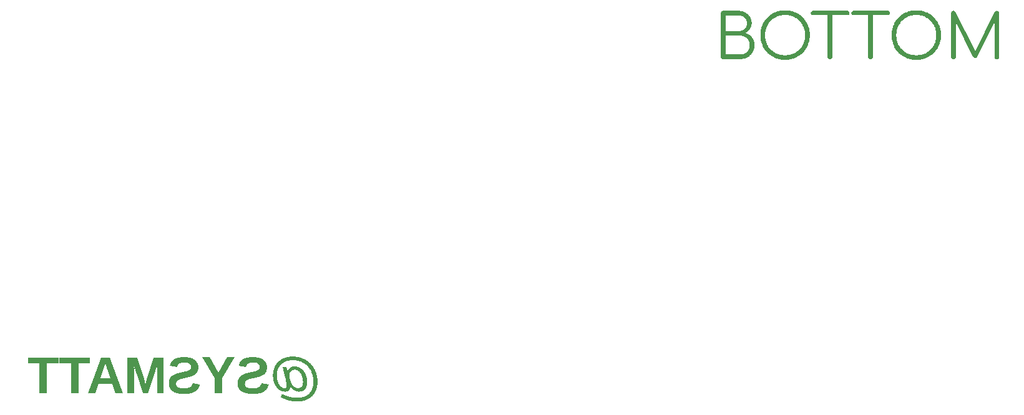
<source format=gbo>
G04 #@! TF.GenerationSoftware,KiCad,Pcbnew,7.0.9-1.fc39*
G04 #@! TF.CreationDate,2023-12-18T12:14:33-05:00*
G04 #@! TF.ProjectId,SYSMATT-WS2812-MATRIX-CARRIER-SPACER-PLATE,5359534d-4154-4542-9d57-53323831322d,rev?*
G04 #@! TF.SameCoordinates,Original*
G04 #@! TF.FileFunction,Legend,Bot*
G04 #@! TF.FilePolarity,Positive*
%FSLAX46Y46*%
G04 Gerber Fmt 4.6, Leading zero omitted, Abs format (unit mm)*
G04 Created by KiCad (PCBNEW 7.0.9-1.fc39) date 2023-12-18 12:14:33*
%MOMM*%
%LPD*%
G01*
G04 APERTURE LIST*
%ADD10C,0.150000*%
%ADD11C,1.000000*%
%ADD12C,12.800000*%
%ADD13C,8.600000*%
%ADD14C,10.600000*%
G04 APERTURE END LIST*
D10*
G36*
X138301750Y-124416761D02*
G01*
X138394231Y-124422740D01*
X138485223Y-124432612D01*
X138574621Y-124446302D01*
X138662322Y-124463735D01*
X138748220Y-124484835D01*
X138832211Y-124509527D01*
X138914190Y-124537736D01*
X138994052Y-124569385D01*
X139071693Y-124604401D01*
X139147008Y-124642706D01*
X139219892Y-124684227D01*
X139290241Y-124728887D01*
X139357950Y-124776611D01*
X139422915Y-124827324D01*
X139485031Y-124880950D01*
X139544193Y-124937414D01*
X139600296Y-124996641D01*
X139653236Y-125058555D01*
X139702909Y-125123080D01*
X139749209Y-125190141D01*
X139792032Y-125259664D01*
X139831273Y-125331572D01*
X139866828Y-125405790D01*
X139898592Y-125482243D01*
X139926460Y-125560855D01*
X139950328Y-125641551D01*
X139970091Y-125724255D01*
X139985645Y-125808892D01*
X139996884Y-125895388D01*
X140003704Y-125983665D01*
X140006001Y-126073649D01*
X140001905Y-126186244D01*
X139989792Y-126295852D01*
X139969921Y-126402305D01*
X139942551Y-126505432D01*
X139907943Y-126605065D01*
X139866356Y-126701034D01*
X139818050Y-126793168D01*
X139763285Y-126881299D01*
X139702320Y-126965257D01*
X139635415Y-127044872D01*
X139562830Y-127119975D01*
X139484825Y-127190396D01*
X139401659Y-127255966D01*
X139313592Y-127316514D01*
X139220885Y-127371872D01*
X139123796Y-127421870D01*
X139193142Y-127441883D01*
X139261016Y-127463997D01*
X139327368Y-127488198D01*
X139392152Y-127514474D01*
X139455319Y-127542813D01*
X139516822Y-127573203D01*
X139576613Y-127605631D01*
X139634645Y-127640085D01*
X139690869Y-127676553D01*
X139745238Y-127715022D01*
X139797703Y-127755480D01*
X139848218Y-127797914D01*
X139896734Y-127842313D01*
X139943204Y-127888663D01*
X139987580Y-127936953D01*
X140029815Y-127987170D01*
X140069859Y-128039302D01*
X140107666Y-128093336D01*
X140143188Y-128149260D01*
X140176377Y-128207063D01*
X140207186Y-128266730D01*
X140235566Y-128328251D01*
X140261470Y-128391613D01*
X140284850Y-128456803D01*
X140305658Y-128523809D01*
X140323847Y-128592619D01*
X140339369Y-128663220D01*
X140352175Y-128735600D01*
X140362219Y-128809747D01*
X140369452Y-128885649D01*
X140373827Y-128963292D01*
X140375296Y-129042665D01*
X140372851Y-129147760D01*
X140365577Y-129250860D01*
X140353564Y-129351878D01*
X140336902Y-129450726D01*
X140315684Y-129547316D01*
X140289998Y-129641559D01*
X140259937Y-129733368D01*
X140225590Y-129822655D01*
X140187049Y-129909331D01*
X140144404Y-129993309D01*
X140097746Y-130074501D01*
X140047165Y-130152818D01*
X139992753Y-130228172D01*
X139934599Y-130300477D01*
X139872795Y-130369643D01*
X139807431Y-130435582D01*
X139738599Y-130498207D01*
X139666388Y-130557430D01*
X139590889Y-130613162D01*
X139512193Y-130665315D01*
X139430392Y-130713803D01*
X139345574Y-130758535D01*
X139257832Y-130799425D01*
X139167256Y-130836385D01*
X139073936Y-130869326D01*
X138977963Y-130898160D01*
X138879429Y-130922800D01*
X138778423Y-130943157D01*
X138675036Y-130959144D01*
X138569360Y-130970672D01*
X138461484Y-130977653D01*
X138351500Y-130980000D01*
X136209002Y-130980000D01*
X136130442Y-130974252D01*
X136059182Y-130957377D01*
X135996198Y-130929922D01*
X135942472Y-130892438D01*
X135898980Y-130845475D01*
X135866703Y-130789582D01*
X135846619Y-130725308D01*
X135839706Y-130653203D01*
X135839706Y-127791165D01*
X136494766Y-127791165D01*
X136494766Y-130351318D01*
X138351500Y-130351318D01*
X138426365Y-130349848D01*
X138499795Y-130345461D01*
X138571728Y-130338194D01*
X138642101Y-130328086D01*
X138710854Y-130315173D01*
X138777924Y-130299493D01*
X138843250Y-130281082D01*
X138906771Y-130259979D01*
X138968423Y-130236221D01*
X139028147Y-130209844D01*
X139085879Y-130180887D01*
X139141559Y-130149386D01*
X139195124Y-130115379D01*
X139246513Y-130078903D01*
X139295664Y-130039995D01*
X139342515Y-129998693D01*
X139387005Y-129955034D01*
X139429072Y-129909055D01*
X139468655Y-129860794D01*
X139505690Y-129810287D01*
X139540118Y-129757573D01*
X139571876Y-129702688D01*
X139600902Y-129645670D01*
X139627134Y-129586556D01*
X139650512Y-129525383D01*
X139670973Y-129462189D01*
X139688455Y-129397011D01*
X139702897Y-129329886D01*
X139714238Y-129260852D01*
X139722414Y-129189945D01*
X139727365Y-129117204D01*
X139729030Y-129042665D01*
X139727365Y-128971900D01*
X139722414Y-128902789D01*
X139714238Y-128835369D01*
X139702897Y-128769681D01*
X139688455Y-128705762D01*
X139670973Y-128643653D01*
X139650512Y-128583391D01*
X139627134Y-128525015D01*
X139600902Y-128468566D01*
X139571876Y-128414080D01*
X139540118Y-128361598D01*
X139505690Y-128311159D01*
X139468655Y-128262800D01*
X139429072Y-128216562D01*
X139387005Y-128172483D01*
X139342515Y-128130601D01*
X139295664Y-128090957D01*
X139246513Y-128053588D01*
X139195124Y-128018534D01*
X139141559Y-127985833D01*
X139085879Y-127955525D01*
X139028147Y-127927648D01*
X138968423Y-127902242D01*
X138906771Y-127879344D01*
X138843250Y-127858995D01*
X138777924Y-127841233D01*
X138710854Y-127826096D01*
X138642101Y-127813625D01*
X138571728Y-127803857D01*
X138499795Y-127796832D01*
X138426365Y-127792588D01*
X138351500Y-127791165D01*
X136494766Y-127791165D01*
X135839706Y-127791165D01*
X135839706Y-125044898D01*
X136494766Y-125044898D01*
X136494766Y-127162484D01*
X138207885Y-127162484D01*
X138270391Y-127161298D01*
X138331752Y-127157758D01*
X138391912Y-127151887D01*
X138450816Y-127143708D01*
X138564638Y-127120521D01*
X138672778Y-127088387D01*
X138774796Y-127047494D01*
X138870252Y-126998032D01*
X138958705Y-126940189D01*
X139039715Y-126874155D01*
X139112843Y-126800118D01*
X139177648Y-126718267D01*
X139233691Y-126628791D01*
X139280531Y-126531879D01*
X139317728Y-126427720D01*
X139344842Y-126316503D01*
X139354481Y-126258306D01*
X139361433Y-126198416D01*
X139365645Y-126136856D01*
X139367062Y-126073649D01*
X139365645Y-126011388D01*
X139361433Y-125951006D01*
X139344842Y-125835902D01*
X139317728Y-125728388D01*
X139280531Y-125628517D01*
X139233691Y-125536339D01*
X139177648Y-125451906D01*
X139112843Y-125375270D01*
X139039715Y-125306482D01*
X138958705Y-125245594D01*
X138870252Y-125192658D01*
X138774796Y-125147724D01*
X138672778Y-125110844D01*
X138564638Y-125082070D01*
X138450816Y-125061453D01*
X138391912Y-125054220D01*
X138331752Y-125049046D01*
X138270391Y-125045936D01*
X138207885Y-125044898D01*
X136494766Y-125044898D01*
X135839706Y-125044898D01*
X135839706Y-124743014D01*
X135845814Y-124673371D01*
X135863566Y-124610116D01*
X135892102Y-124554142D01*
X135930565Y-124506343D01*
X135978095Y-124467611D01*
X136033834Y-124438840D01*
X136096923Y-124420923D01*
X136166503Y-124414752D01*
X138207885Y-124414752D01*
X138301750Y-124416761D01*
G37*
G36*
X144719803Y-124360287D02*
G01*
X144896302Y-124372634D01*
X145069456Y-124393006D01*
X145239099Y-124421232D01*
X145405067Y-124457143D01*
X145567192Y-124500570D01*
X145725310Y-124551342D01*
X145879255Y-124609291D01*
X146028862Y-124674247D01*
X146173965Y-124746040D01*
X146314398Y-124824500D01*
X146449996Y-124909458D01*
X146580594Y-125000745D01*
X146706025Y-125098190D01*
X146826125Y-125201625D01*
X146940727Y-125310879D01*
X147049666Y-125425783D01*
X147152777Y-125546168D01*
X147249894Y-125671863D01*
X147340851Y-125802700D01*
X147425483Y-125938508D01*
X147503625Y-126079119D01*
X147575110Y-126224362D01*
X147639773Y-126374068D01*
X147697449Y-126528067D01*
X147747972Y-126686190D01*
X147791176Y-126848267D01*
X147826896Y-127014129D01*
X147854967Y-127183606D01*
X147875222Y-127356528D01*
X147887497Y-127532726D01*
X147891625Y-127712030D01*
X147887497Y-127891996D01*
X147875222Y-128068806D01*
X147854967Y-128242292D01*
X147826896Y-128412287D01*
X147791176Y-128578623D01*
X147747972Y-128741132D01*
X147697449Y-128899647D01*
X147639773Y-129054000D01*
X147575110Y-129204023D01*
X147503625Y-129349548D01*
X147425483Y-129490408D01*
X147340851Y-129626435D01*
X147249894Y-129757462D01*
X147152777Y-129883320D01*
X147049666Y-130003842D01*
X146940727Y-130118860D01*
X146826125Y-130228207D01*
X146706025Y-130331715D01*
X146580594Y-130429215D01*
X146449996Y-130520541D01*
X146314398Y-130605525D01*
X146173965Y-130683999D01*
X146028862Y-130755795D01*
X145879255Y-130820746D01*
X145725310Y-130878683D01*
X145567192Y-130929439D01*
X145405067Y-130972847D01*
X145239099Y-131008739D01*
X145069456Y-131036947D01*
X144896302Y-131057303D01*
X144719803Y-131069639D01*
X144540125Y-131073789D01*
X144359802Y-131069639D01*
X144182740Y-131057303D01*
X144009101Y-131036947D01*
X143839047Y-131008739D01*
X143672738Y-130972847D01*
X143510337Y-130929439D01*
X143352005Y-130878683D01*
X143197904Y-130820746D01*
X143048194Y-130755795D01*
X142903039Y-130683999D01*
X142762598Y-130605525D01*
X142627034Y-130520541D01*
X142496508Y-130429215D01*
X142371182Y-130331715D01*
X142251217Y-130228207D01*
X142136775Y-130118860D01*
X142028018Y-130003842D01*
X141925106Y-129883320D01*
X141828202Y-129757462D01*
X141737467Y-129626435D01*
X141653062Y-129490408D01*
X141575150Y-129349548D01*
X141503891Y-129204023D01*
X141439447Y-129054000D01*
X141381980Y-128899647D01*
X141331651Y-128741132D01*
X141288621Y-128578623D01*
X141253053Y-128412287D01*
X141225108Y-128242292D01*
X141204947Y-128068806D01*
X141192732Y-127891996D01*
X141188625Y-127712030D01*
X141827564Y-127712030D01*
X141830912Y-127857077D01*
X141840865Y-127999762D01*
X141857288Y-128139937D01*
X141880046Y-128277456D01*
X141909003Y-128412171D01*
X141944025Y-128543936D01*
X141984976Y-128672603D01*
X142031721Y-128798025D01*
X142084124Y-128920056D01*
X142142051Y-129038548D01*
X142205365Y-129153354D01*
X142273933Y-129264327D01*
X142347618Y-129371320D01*
X142426286Y-129474187D01*
X142509801Y-129572779D01*
X142598028Y-129666950D01*
X142690832Y-129756553D01*
X142788077Y-129841441D01*
X142889628Y-129921467D01*
X142995350Y-129996483D01*
X143105108Y-130066343D01*
X143218767Y-130130900D01*
X143336190Y-130190007D01*
X143457244Y-130243516D01*
X143581792Y-130291280D01*
X143709700Y-130333153D01*
X143840833Y-130368988D01*
X143975054Y-130398637D01*
X144112229Y-130421953D01*
X144252223Y-130438789D01*
X144394900Y-130448999D01*
X144540125Y-130452435D01*
X144684685Y-130448999D01*
X144826738Y-130438789D01*
X144966147Y-130421953D01*
X145102778Y-130398637D01*
X145236492Y-130368988D01*
X145367153Y-130333153D01*
X145494624Y-130291280D01*
X145618770Y-130243516D01*
X145739453Y-130190007D01*
X145856537Y-130130900D01*
X145969886Y-130066343D01*
X146079362Y-129996483D01*
X146184829Y-129921467D01*
X146286150Y-129841441D01*
X146383190Y-129756553D01*
X146475811Y-129666950D01*
X146563876Y-129572779D01*
X146647250Y-129474187D01*
X146725796Y-129371320D01*
X146799376Y-129264327D01*
X146867855Y-129153354D01*
X146931096Y-129038548D01*
X146988962Y-128920056D01*
X147041317Y-128798025D01*
X147088024Y-128672603D01*
X147128946Y-128543936D01*
X147163948Y-128412171D01*
X147192892Y-128277456D01*
X147215641Y-128139937D01*
X147232060Y-127999762D01*
X147242011Y-127857077D01*
X147245359Y-127712030D01*
X147242011Y-127567645D01*
X147232060Y-127425572D01*
X147215641Y-127285960D01*
X147192892Y-127148960D01*
X147163948Y-127014719D01*
X147128946Y-126883386D01*
X147088024Y-126755111D01*
X147041317Y-126630042D01*
X146988962Y-126508328D01*
X146931096Y-126390119D01*
X146867855Y-126275562D01*
X146799376Y-126164808D01*
X146725796Y-126058005D01*
X146647250Y-125955301D01*
X146563876Y-125856846D01*
X146475811Y-125762789D01*
X146383190Y-125673279D01*
X146286150Y-125588464D01*
X146184829Y-125508493D01*
X146079362Y-125433516D01*
X145969886Y-125363682D01*
X145856537Y-125299138D01*
X145739453Y-125240035D01*
X145618770Y-125186521D01*
X145494624Y-125138745D01*
X145367153Y-125096856D01*
X145236492Y-125061003D01*
X145102778Y-125031334D01*
X144966147Y-125008000D01*
X144826738Y-124991148D01*
X144684685Y-124980927D01*
X144540125Y-124977487D01*
X144394900Y-124980927D01*
X144252223Y-124991148D01*
X144112229Y-125008000D01*
X143975054Y-125031334D01*
X143840833Y-125061003D01*
X143709700Y-125096856D01*
X143581792Y-125138745D01*
X143457244Y-125186521D01*
X143336190Y-125240035D01*
X143218767Y-125299138D01*
X143105108Y-125363682D01*
X142995350Y-125433516D01*
X142889628Y-125508493D01*
X142788077Y-125588464D01*
X142690832Y-125673279D01*
X142598028Y-125762789D01*
X142509801Y-125856846D01*
X142426286Y-125955301D01*
X142347618Y-126058005D01*
X142273933Y-126164808D01*
X142205365Y-126275562D01*
X142142051Y-126390119D01*
X142084124Y-126508328D01*
X142031721Y-126630042D01*
X141984976Y-126755111D01*
X141944025Y-126883386D01*
X141909003Y-127014719D01*
X141880046Y-127148960D01*
X141857288Y-127285960D01*
X141840865Y-127425572D01*
X141830912Y-127567645D01*
X141827564Y-127712030D01*
X141188625Y-127712030D01*
X141192732Y-127532726D01*
X141204947Y-127356528D01*
X141225108Y-127183606D01*
X141253053Y-127014129D01*
X141288621Y-126848267D01*
X141331651Y-126686190D01*
X141381980Y-126528067D01*
X141439447Y-126374068D01*
X141503891Y-126224362D01*
X141575150Y-126079119D01*
X141653062Y-125938508D01*
X141737467Y-125802700D01*
X141828202Y-125671863D01*
X141925106Y-125546168D01*
X142028018Y-125425783D01*
X142136775Y-125310879D01*
X142251217Y-125201625D01*
X142371182Y-125098190D01*
X142496508Y-125000745D01*
X142627034Y-124909458D01*
X142762598Y-124824500D01*
X142903039Y-124746040D01*
X143048194Y-124674247D01*
X143197904Y-124609291D01*
X143352005Y-124551342D01*
X143510337Y-124500570D01*
X143672738Y-124457143D01*
X143839047Y-124421232D01*
X144009101Y-124393006D01*
X144182740Y-124372634D01*
X144359802Y-124360287D01*
X144540125Y-124356133D01*
X144719803Y-124360287D01*
G37*
G36*
X152969434Y-124414752D02*
G01*
X148323935Y-124414752D01*
X148259990Y-124420513D01*
X148201730Y-124437214D01*
X148138232Y-124472140D01*
X148086695Y-124521079D01*
X148048830Y-124582322D01*
X148029531Y-124639024D01*
X148020953Y-124701630D01*
X148020586Y-124718101D01*
X148026347Y-124779144D01*
X148048830Y-124848353D01*
X148086695Y-124907896D01*
X148138232Y-124955859D01*
X148201730Y-124990333D01*
X148259990Y-125006914D01*
X148323935Y-125012658D01*
X150314026Y-125012658D01*
X150314026Y-130653203D01*
X150320918Y-130720259D01*
X150340587Y-130782163D01*
X150371522Y-130837747D01*
X150412212Y-130885844D01*
X150461144Y-130925285D01*
X150516809Y-130954904D01*
X150577694Y-130973531D01*
X150642288Y-130980000D01*
X150709407Y-130973531D01*
X150771478Y-130954904D01*
X150827297Y-130925285D01*
X150875662Y-130885844D01*
X150915373Y-130837747D01*
X150945226Y-130782163D01*
X150964019Y-130720259D01*
X150970551Y-130653203D01*
X150970551Y-125012658D01*
X152969434Y-125012658D01*
X153032895Y-125006914D01*
X153090792Y-124990333D01*
X153153979Y-124955859D01*
X153205331Y-124907896D01*
X153243106Y-124848353D01*
X153265560Y-124779144D01*
X153271318Y-124718101D01*
X153265560Y-124654157D01*
X153248879Y-124595896D01*
X153214028Y-124532398D01*
X153165252Y-124480862D01*
X153104293Y-124442996D01*
X153047926Y-124423697D01*
X152985772Y-124415119D01*
X152969434Y-124414752D01*
G37*
G36*
X158467829Y-124414752D02*
G01*
X153822330Y-124414752D01*
X153758385Y-124420513D01*
X153700125Y-124437214D01*
X153636627Y-124472140D01*
X153585090Y-124521079D01*
X153547225Y-124582322D01*
X153527926Y-124639024D01*
X153519348Y-124701630D01*
X153518981Y-124718101D01*
X153524742Y-124779144D01*
X153547225Y-124848353D01*
X153585090Y-124907896D01*
X153636627Y-124955859D01*
X153700125Y-124990333D01*
X153758385Y-125006914D01*
X153822330Y-125012658D01*
X155812421Y-125012658D01*
X155812421Y-130653203D01*
X155819313Y-130720259D01*
X155838982Y-130782163D01*
X155869917Y-130837747D01*
X155910607Y-130885844D01*
X155959539Y-130925285D01*
X156015204Y-130954904D01*
X156076089Y-130973531D01*
X156140683Y-130980000D01*
X156207802Y-130973531D01*
X156269873Y-130954904D01*
X156325692Y-130925285D01*
X156374057Y-130885844D01*
X156413768Y-130837747D01*
X156443621Y-130782163D01*
X156462414Y-130720259D01*
X156468946Y-130653203D01*
X156468946Y-125012658D01*
X158467829Y-125012658D01*
X158531290Y-125006914D01*
X158589187Y-124990333D01*
X158652374Y-124955859D01*
X158703726Y-124907896D01*
X158741501Y-124848353D01*
X158763955Y-124779144D01*
X158769713Y-124718101D01*
X158763955Y-124654157D01*
X158747274Y-124595896D01*
X158712423Y-124532398D01*
X158663647Y-124480862D01*
X158602688Y-124442996D01*
X158546321Y-124423697D01*
X158484167Y-124415119D01*
X158467829Y-124414752D01*
G37*
G36*
X162522176Y-124360287D02*
G01*
X162698675Y-124372634D01*
X162871829Y-124393006D01*
X163041472Y-124421232D01*
X163207439Y-124457143D01*
X163369565Y-124500570D01*
X163527683Y-124551342D01*
X163681628Y-124609291D01*
X163831235Y-124674247D01*
X163976338Y-124746040D01*
X164116771Y-124824500D01*
X164252369Y-124909458D01*
X164382967Y-125000745D01*
X164508398Y-125098190D01*
X164628497Y-125201625D01*
X164743100Y-125310879D01*
X164852039Y-125425783D01*
X164955150Y-125546168D01*
X165052267Y-125671863D01*
X165143224Y-125802700D01*
X165227856Y-125938508D01*
X165305997Y-126079119D01*
X165377482Y-126224362D01*
X165442146Y-126374068D01*
X165499821Y-126528067D01*
X165550344Y-126686190D01*
X165593549Y-126848267D01*
X165629269Y-127014129D01*
X165657340Y-127183606D01*
X165677595Y-127356528D01*
X165689870Y-127532726D01*
X165693998Y-127712030D01*
X165689870Y-127891996D01*
X165677595Y-128068806D01*
X165657340Y-128242292D01*
X165629269Y-128412287D01*
X165593549Y-128578623D01*
X165550344Y-128741132D01*
X165499821Y-128899647D01*
X165442146Y-129054000D01*
X165377482Y-129204023D01*
X165305997Y-129349548D01*
X165227856Y-129490408D01*
X165143224Y-129626435D01*
X165052267Y-129757462D01*
X164955150Y-129883320D01*
X164852039Y-130003842D01*
X164743100Y-130118860D01*
X164628497Y-130228207D01*
X164508398Y-130331715D01*
X164382967Y-130429215D01*
X164252369Y-130520541D01*
X164116771Y-130605525D01*
X163976338Y-130683999D01*
X163831235Y-130755795D01*
X163681628Y-130820746D01*
X163527683Y-130878683D01*
X163369565Y-130929439D01*
X163207439Y-130972847D01*
X163041472Y-131008739D01*
X162871829Y-131036947D01*
X162698675Y-131057303D01*
X162522176Y-131069639D01*
X162342498Y-131073789D01*
X162162175Y-131069639D01*
X161985113Y-131057303D01*
X161811474Y-131036947D01*
X161641420Y-131008739D01*
X161475111Y-130972847D01*
X161312710Y-130929439D01*
X161154378Y-130878683D01*
X161000276Y-130820746D01*
X160850567Y-130755795D01*
X160705411Y-130683999D01*
X160564970Y-130605525D01*
X160429407Y-130520541D01*
X160298881Y-130429215D01*
X160173555Y-130331715D01*
X160053590Y-130228207D01*
X159939148Y-130118860D01*
X159830391Y-130003842D01*
X159727479Y-129883320D01*
X159630575Y-129757462D01*
X159539840Y-129626435D01*
X159455435Y-129490408D01*
X159377522Y-129349548D01*
X159306263Y-129204023D01*
X159241820Y-129054000D01*
X159184352Y-128899647D01*
X159134023Y-128741132D01*
X159090994Y-128578623D01*
X159055426Y-128412287D01*
X159027481Y-128242292D01*
X159007320Y-128068806D01*
X158995105Y-127891996D01*
X158990997Y-127712030D01*
X159629937Y-127712030D01*
X159633284Y-127857077D01*
X159643237Y-127999762D01*
X159659661Y-128139937D01*
X159682418Y-128277456D01*
X159711376Y-128412171D01*
X159746398Y-128543936D01*
X159787348Y-128672603D01*
X159834093Y-128798025D01*
X159886497Y-128920056D01*
X159944423Y-129038548D01*
X160007738Y-129153354D01*
X160076306Y-129264327D01*
X160149991Y-129371320D01*
X160228659Y-129474187D01*
X160312174Y-129572779D01*
X160400401Y-129666950D01*
X160493204Y-129756553D01*
X160590449Y-129841441D01*
X160692001Y-129921467D01*
X160797723Y-129996483D01*
X160907481Y-130066343D01*
X161021139Y-130130900D01*
X161138563Y-130190007D01*
X161259617Y-130243516D01*
X161384165Y-130291280D01*
X161512073Y-130333153D01*
X161643205Y-130368988D01*
X161777427Y-130398637D01*
X161914602Y-130421953D01*
X162054596Y-130438789D01*
X162197273Y-130448999D01*
X162342498Y-130452435D01*
X162487057Y-130448999D01*
X162629110Y-130438789D01*
X162768520Y-130421953D01*
X162905150Y-130398637D01*
X163038864Y-130368988D01*
X163169525Y-130333153D01*
X163296997Y-130291280D01*
X163421143Y-130243516D01*
X163541826Y-130190007D01*
X163658910Y-130130900D01*
X163772258Y-130066343D01*
X163881734Y-129996483D01*
X163987201Y-129921467D01*
X164088523Y-129841441D01*
X164185562Y-129756553D01*
X164278183Y-129666950D01*
X164366249Y-129572779D01*
X164449623Y-129474187D01*
X164528168Y-129371320D01*
X164601749Y-129264327D01*
X164670228Y-129153354D01*
X164733469Y-129038548D01*
X164791335Y-128920056D01*
X164843690Y-128798025D01*
X164890396Y-128672603D01*
X164931319Y-128543936D01*
X164966320Y-128412171D01*
X164995264Y-128277456D01*
X165018014Y-128139937D01*
X165034433Y-127999762D01*
X165044384Y-127857077D01*
X165047732Y-127712030D01*
X165044384Y-127567645D01*
X165034433Y-127425572D01*
X165018014Y-127285960D01*
X164995264Y-127148960D01*
X164966320Y-127014719D01*
X164931319Y-126883386D01*
X164890396Y-126755111D01*
X164843690Y-126630042D01*
X164791335Y-126508328D01*
X164733469Y-126390119D01*
X164670228Y-126275562D01*
X164601749Y-126164808D01*
X164528168Y-126058005D01*
X164449623Y-125955301D01*
X164366249Y-125856846D01*
X164278183Y-125762789D01*
X164185562Y-125673279D01*
X164088523Y-125588464D01*
X163987201Y-125508493D01*
X163881734Y-125433516D01*
X163772258Y-125363682D01*
X163658910Y-125299138D01*
X163541826Y-125240035D01*
X163421143Y-125186521D01*
X163296997Y-125138745D01*
X163169525Y-125096856D01*
X163038864Y-125061003D01*
X162905150Y-125031334D01*
X162768520Y-125008000D01*
X162629110Y-124991148D01*
X162487057Y-124980927D01*
X162342498Y-124977487D01*
X162197273Y-124980927D01*
X162054596Y-124991148D01*
X161914602Y-125008000D01*
X161777427Y-125031334D01*
X161643205Y-125061003D01*
X161512073Y-125096856D01*
X161384165Y-125138745D01*
X161259617Y-125186521D01*
X161138563Y-125240035D01*
X161021139Y-125299138D01*
X160907481Y-125363682D01*
X160797723Y-125433516D01*
X160692001Y-125508493D01*
X160590449Y-125588464D01*
X160493204Y-125673279D01*
X160400401Y-125762789D01*
X160312174Y-125856846D01*
X160228659Y-125955301D01*
X160149991Y-126058005D01*
X160076306Y-126164808D01*
X160007738Y-126275562D01*
X159944423Y-126390119D01*
X159886497Y-126508328D01*
X159834093Y-126630042D01*
X159787348Y-126755111D01*
X159746398Y-126883386D01*
X159711376Y-127014719D01*
X159682418Y-127148960D01*
X159659661Y-127285960D01*
X159643237Y-127425572D01*
X159633284Y-127567645D01*
X159629937Y-127712030D01*
X158990997Y-127712030D01*
X158995105Y-127532726D01*
X159007320Y-127356528D01*
X159027481Y-127183606D01*
X159055426Y-127014129D01*
X159090994Y-126848267D01*
X159134023Y-126686190D01*
X159184352Y-126528067D01*
X159241820Y-126374068D01*
X159306263Y-126224362D01*
X159377522Y-126079119D01*
X159455435Y-125938508D01*
X159539840Y-125802700D01*
X159630575Y-125671863D01*
X159727479Y-125546168D01*
X159830391Y-125425783D01*
X159939148Y-125310879D01*
X160053590Y-125201625D01*
X160173555Y-125098190D01*
X160298881Y-125000745D01*
X160429407Y-124909458D01*
X160564970Y-124824500D01*
X160705411Y-124746040D01*
X160850567Y-124674247D01*
X161000276Y-124609291D01*
X161154378Y-124551342D01*
X161312710Y-124500570D01*
X161475111Y-124457143D01*
X161641420Y-124421232D01*
X161811474Y-124393006D01*
X161985113Y-124372634D01*
X162162175Y-124360287D01*
X162342498Y-124356133D01*
X162522176Y-124360287D01*
G37*
G36*
X173283600Y-124414752D02*
G01*
X173215394Y-124421011D01*
X173152791Y-124439481D01*
X173096138Y-124469698D01*
X173045784Y-124511197D01*
X173002076Y-124563516D01*
X172989043Y-124583279D01*
X170351221Y-129929267D01*
X167663572Y-124583279D01*
X167622910Y-124527457D01*
X167576298Y-124482300D01*
X167523039Y-124448271D01*
X167462438Y-124425834D01*
X167393801Y-124415453D01*
X167369016Y-124414752D01*
X167301959Y-124421283D01*
X167240055Y-124440077D01*
X167184471Y-124469930D01*
X167136374Y-124509640D01*
X167096933Y-124558006D01*
X167067315Y-124613825D01*
X167048687Y-124675895D01*
X167042219Y-124743014D01*
X167042219Y-130653203D01*
X167048687Y-130720259D01*
X167067315Y-130782163D01*
X167096933Y-130837747D01*
X167136374Y-130885844D01*
X167184471Y-130925285D01*
X167240055Y-130954904D01*
X167301959Y-130973531D01*
X167369016Y-130980000D01*
X167436135Y-130973531D01*
X167498205Y-130954904D01*
X167554024Y-130925285D01*
X167602390Y-130885844D01*
X167642100Y-130837747D01*
X167671953Y-130782163D01*
X167690746Y-130720259D01*
X167697278Y-130653203D01*
X167697278Y-125971067D01*
X170024424Y-130628290D01*
X170055008Y-130685965D01*
X170091784Y-130733947D01*
X170144042Y-130778682D01*
X170205109Y-130809353D01*
X170262686Y-130824126D01*
X170326308Y-130829057D01*
X170393703Y-130823735D01*
X170454335Y-130807496D01*
X170508553Y-130779936D01*
X170556705Y-130740649D01*
X170599138Y-130689229D01*
X170612072Y-130669323D01*
X172948011Y-125894863D01*
X172948011Y-130653203D01*
X172954857Y-130720259D01*
X172974480Y-130782163D01*
X173005507Y-130837747D01*
X173046563Y-130885844D01*
X173096274Y-130925285D01*
X173153266Y-130954904D01*
X173216166Y-130973531D01*
X173283600Y-130980000D01*
X173347817Y-130973531D01*
X173407706Y-130954904D01*
X173461962Y-130925285D01*
X173509281Y-130885844D01*
X173548356Y-130837747D01*
X173577882Y-130782163D01*
X173596556Y-130720259D01*
X173603070Y-130653203D01*
X173603070Y-124743014D01*
X173596916Y-124675895D01*
X173579119Y-124613825D01*
X173550674Y-124558006D01*
X173512578Y-124509640D01*
X173465826Y-124469930D01*
X173411416Y-124440077D01*
X173350342Y-124421283D01*
X173283600Y-124414752D01*
G37*
D11*
G36*
X77808702Y-171398328D02*
G01*
X77867398Y-171399595D01*
X77925738Y-171401706D01*
X77983723Y-171404661D01*
X78041353Y-171408460D01*
X78098627Y-171413104D01*
X78155546Y-171418593D01*
X78212109Y-171424925D01*
X78268317Y-171432102D01*
X78324170Y-171440124D01*
X78379667Y-171448989D01*
X78434809Y-171458700D01*
X78489595Y-171469254D01*
X78544027Y-171480653D01*
X78598102Y-171492896D01*
X78651823Y-171505983D01*
X78705188Y-171519915D01*
X78758197Y-171534692D01*
X78810851Y-171550312D01*
X78863150Y-171566777D01*
X78915093Y-171584086D01*
X78966681Y-171602240D01*
X79017914Y-171621238D01*
X79068791Y-171641080D01*
X79119313Y-171661767D01*
X79169479Y-171683298D01*
X79219290Y-171705673D01*
X79268746Y-171728893D01*
X79317846Y-171752957D01*
X79366591Y-171777866D01*
X79414980Y-171803619D01*
X79463014Y-171830216D01*
X79510547Y-171857580D01*
X79557434Y-171885633D01*
X79603674Y-171914376D01*
X79649268Y-171943808D01*
X79694216Y-171973929D01*
X79738517Y-172004740D01*
X79782172Y-172036240D01*
X79825181Y-172068429D01*
X79867543Y-172101308D01*
X79909258Y-172134875D01*
X79950328Y-172169133D01*
X79990750Y-172204079D01*
X80030527Y-172239715D01*
X80069657Y-172276040D01*
X80108141Y-172313055D01*
X80145978Y-172350758D01*
X80183169Y-172389152D01*
X80219714Y-172428234D01*
X80255612Y-172468006D01*
X80290864Y-172508467D01*
X80325469Y-172549617D01*
X80359428Y-172591457D01*
X80392741Y-172633986D01*
X80425407Y-172677204D01*
X80457427Y-172721112D01*
X80488801Y-172765709D01*
X80519528Y-172810995D01*
X80549609Y-172856971D01*
X80579043Y-172903636D01*
X80607831Y-172950990D01*
X80635973Y-172999034D01*
X80663468Y-173047766D01*
X80690215Y-173096950D01*
X80716114Y-173146499D01*
X80741163Y-173196412D01*
X80765363Y-173246691D01*
X80788714Y-173297334D01*
X80811216Y-173348343D01*
X80832868Y-173399716D01*
X80853672Y-173451454D01*
X80873626Y-173503557D01*
X80892732Y-173556025D01*
X80910988Y-173608858D01*
X80928395Y-173662056D01*
X80944953Y-173715619D01*
X80960662Y-173769547D01*
X80975521Y-173823840D01*
X80989532Y-173878497D01*
X81002693Y-173933520D01*
X81015006Y-173988908D01*
X81026469Y-174044660D01*
X81037083Y-174100777D01*
X81046848Y-174157260D01*
X81055764Y-174214107D01*
X81063830Y-174271319D01*
X81071048Y-174328896D01*
X81077416Y-174386839D01*
X81082936Y-174445146D01*
X81087606Y-174503818D01*
X81091427Y-174562854D01*
X81094399Y-174622256D01*
X81096522Y-174682023D01*
X81097795Y-174742155D01*
X81098220Y-174802651D01*
X81097884Y-174852393D01*
X81096875Y-174901784D01*
X81092839Y-174999515D01*
X81086113Y-175095843D01*
X81076696Y-175190768D01*
X81064589Y-175284291D01*
X81049791Y-175376412D01*
X81032303Y-175467130D01*
X81012124Y-175556446D01*
X80989255Y-175644359D01*
X80963696Y-175730870D01*
X80935446Y-175815978D01*
X80904505Y-175899683D01*
X80870874Y-175981986D01*
X80834552Y-176062887D01*
X80795540Y-176142385D01*
X80753838Y-176220481D01*
X80709578Y-176296735D01*
X80663201Y-176370709D01*
X80614705Y-176442403D01*
X80564091Y-176511817D01*
X80511360Y-176578950D01*
X80456510Y-176643803D01*
X80399542Y-176706376D01*
X80340457Y-176766669D01*
X80279253Y-176824682D01*
X80215931Y-176880414D01*
X80150491Y-176933866D01*
X80082933Y-176985037D01*
X80013257Y-177033929D01*
X79941463Y-177080540D01*
X79867551Y-177124871D01*
X79791521Y-177166922D01*
X79752787Y-177187058D01*
X79674180Y-177225412D01*
X79594057Y-177261208D01*
X79512417Y-177294448D01*
X79429260Y-177325131D01*
X79344586Y-177353257D01*
X79258395Y-177378827D01*
X79170687Y-177401839D01*
X79081462Y-177422294D01*
X78990720Y-177440193D01*
X78898461Y-177455534D01*
X78804685Y-177468319D01*
X78709393Y-177478546D01*
X78612583Y-177486217D01*
X78563609Y-177489094D01*
X78514256Y-177491331D01*
X78464524Y-177492929D01*
X78414412Y-177493888D01*
X78363921Y-177494207D01*
X78291526Y-177493664D01*
X78219360Y-177492032D01*
X78147423Y-177489313D01*
X78075715Y-177485506D01*
X78004236Y-177480612D01*
X77932985Y-177474630D01*
X77861964Y-177467560D01*
X77791172Y-177459403D01*
X77720609Y-177450158D01*
X77650274Y-177439825D01*
X77580169Y-177428405D01*
X77510293Y-177415897D01*
X77440645Y-177402302D01*
X77371227Y-177387618D01*
X77302037Y-177371848D01*
X77233077Y-177354989D01*
X77163983Y-177336866D01*
X77094698Y-177317303D01*
X77025222Y-177296299D01*
X76955556Y-177273855D01*
X76885699Y-177249969D01*
X76815651Y-177224643D01*
X76745412Y-177197877D01*
X76674982Y-177169670D01*
X76604362Y-177140022D01*
X76533550Y-177108933D01*
X76462548Y-177076404D01*
X76391355Y-177042435D01*
X76319971Y-177007024D01*
X76248397Y-176970173D01*
X76176631Y-176931881D01*
X76104675Y-176892149D01*
X76317166Y-176478157D01*
X76380513Y-176510239D01*
X76443853Y-176541303D01*
X76507186Y-176571348D01*
X76570511Y-176600374D01*
X76633829Y-176628382D01*
X76697140Y-176655372D01*
X76760444Y-176681343D01*
X76823741Y-176706295D01*
X76887031Y-176730229D01*
X76950313Y-176753145D01*
X77013589Y-176775042D01*
X77076857Y-176795921D01*
X77140118Y-176815781D01*
X77203372Y-176834623D01*
X77266619Y-176852446D01*
X77329858Y-176869251D01*
X77393091Y-176885037D01*
X77456316Y-176899805D01*
X77519534Y-176913555D01*
X77582745Y-176926286D01*
X77645949Y-176937998D01*
X77709145Y-176948692D01*
X77772335Y-176958368D01*
X77835517Y-176967025D01*
X77898692Y-176974663D01*
X77961860Y-176981283D01*
X78025021Y-176986885D01*
X78088175Y-176991468D01*
X78151322Y-176995033D01*
X78214461Y-176997579D01*
X78277593Y-176999106D01*
X78340718Y-176999616D01*
X78423246Y-176998604D01*
X78504437Y-176995570D01*
X78584293Y-176990514D01*
X78662814Y-176983435D01*
X78739998Y-176974333D01*
X78815847Y-176963208D01*
X78890360Y-176950061D01*
X78963538Y-176934891D01*
X79035379Y-176917699D01*
X79105885Y-176898484D01*
X79175056Y-176877246D01*
X79242890Y-176853986D01*
X79309389Y-176828703D01*
X79374552Y-176801397D01*
X79438380Y-176772069D01*
X79500872Y-176740718D01*
X79561832Y-176707392D01*
X79621066Y-176672139D01*
X79678573Y-176634959D01*
X79734353Y-176595852D01*
X79788406Y-176554817D01*
X79840732Y-176511855D01*
X79891331Y-176466966D01*
X79940204Y-176420150D01*
X79987349Y-176371406D01*
X80032768Y-176320735D01*
X80076460Y-176268137D01*
X80118425Y-176213612D01*
X80158663Y-176157159D01*
X80197174Y-176098779D01*
X80233958Y-176038472D01*
X80269016Y-175976238D01*
X80301993Y-175912406D01*
X80332843Y-175847305D01*
X80361565Y-175780935D01*
X80388160Y-175713295D01*
X80412627Y-175644388D01*
X80434967Y-175574211D01*
X80455179Y-175502765D01*
X80473264Y-175430050D01*
X80489221Y-175356066D01*
X80503050Y-175280814D01*
X80514752Y-175204292D01*
X80524326Y-175126502D01*
X80531772Y-175047443D01*
X80537091Y-174967114D01*
X80540283Y-174885517D01*
X80541346Y-174802651D01*
X80540996Y-174750146D01*
X80539944Y-174697961D01*
X80538191Y-174646095D01*
X80535736Y-174594549D01*
X80532581Y-174543322D01*
X80528724Y-174492415D01*
X80524166Y-174441828D01*
X80518907Y-174391560D01*
X80512946Y-174341612D01*
X80506284Y-174291983D01*
X80498921Y-174242674D01*
X80490857Y-174193685D01*
X80482091Y-174145015D01*
X80472624Y-174096665D01*
X80462456Y-174048635D01*
X80451587Y-174000924D01*
X80427745Y-173906461D01*
X80401098Y-173813277D01*
X80371645Y-173721371D01*
X80339388Y-173630744D01*
X80304326Y-173541395D01*
X80266459Y-173453324D01*
X80225786Y-173366532D01*
X80182309Y-173281018D01*
X80136380Y-173197394D01*
X80088352Y-173116269D01*
X80038225Y-173037644D01*
X79985999Y-172961518D01*
X79931674Y-172887892D01*
X79875250Y-172816766D01*
X79816727Y-172748140D01*
X79756106Y-172682013D01*
X79693385Y-172618386D01*
X79628565Y-172557258D01*
X79561646Y-172498630D01*
X79492629Y-172442502D01*
X79421512Y-172388874D01*
X79348296Y-172337745D01*
X79272982Y-172289116D01*
X79195568Y-172242986D01*
X79116189Y-172199361D01*
X79035284Y-172158551D01*
X78952852Y-172120555D01*
X78868893Y-172085373D01*
X78783408Y-172053006D01*
X78696397Y-172023454D01*
X78607859Y-171996716D01*
X78517794Y-171972793D01*
X78426203Y-171951684D01*
X78333086Y-171933389D01*
X78238442Y-171917910D01*
X78142271Y-171905244D01*
X78093613Y-171899967D01*
X78044574Y-171895393D01*
X77995153Y-171891523D01*
X77945350Y-171888357D01*
X77895166Y-171885894D01*
X77844600Y-171884135D01*
X77793652Y-171883080D01*
X77742323Y-171882728D01*
X77660979Y-171883716D01*
X77580894Y-171886678D01*
X77502068Y-171891615D01*
X77424502Y-171898528D01*
X77348195Y-171907415D01*
X77273148Y-171918277D01*
X77199360Y-171931114D01*
X77126831Y-171945926D01*
X77055562Y-171962713D01*
X76985552Y-171981475D01*
X76916802Y-172002211D01*
X76849310Y-172024923D01*
X76783079Y-172049610D01*
X76718106Y-172076271D01*
X76654393Y-172104908D01*
X76591939Y-172135519D01*
X76531022Y-172167948D01*
X76471917Y-172202037D01*
X76414625Y-172237787D01*
X76359146Y-172275196D01*
X76305479Y-172314265D01*
X76253625Y-172354994D01*
X76203584Y-172397384D01*
X76155355Y-172441434D01*
X76108940Y-172487143D01*
X76064337Y-172534513D01*
X76021547Y-172583543D01*
X75980569Y-172634233D01*
X75941404Y-172686583D01*
X75904052Y-172740593D01*
X75868513Y-172796263D01*
X75834787Y-172853593D01*
X75802992Y-172912298D01*
X75773249Y-172972089D01*
X75745557Y-173032969D01*
X75719916Y-173094936D01*
X75696327Y-173157991D01*
X75674789Y-173222133D01*
X75655302Y-173287363D01*
X75637866Y-173353681D01*
X75622481Y-173421086D01*
X75609148Y-173489579D01*
X75597866Y-173559159D01*
X75588636Y-173629828D01*
X75581456Y-173701584D01*
X75576328Y-173774427D01*
X75573251Y-173848358D01*
X75572226Y-173923377D01*
X75572798Y-173983660D01*
X75574515Y-174043304D01*
X75577378Y-174102309D01*
X75581385Y-174160674D01*
X75586537Y-174218400D01*
X75592834Y-174275487D01*
X75600275Y-174331935D01*
X75608862Y-174387744D01*
X75618594Y-174442913D01*
X75629470Y-174497443D01*
X75641491Y-174551334D01*
X75654658Y-174604586D01*
X75668969Y-174657198D01*
X75684425Y-174709171D01*
X75701026Y-174760505D01*
X75718771Y-174811200D01*
X75727958Y-174836229D01*
X75746953Y-174885335D01*
X75766779Y-174933172D01*
X75787435Y-174979740D01*
X75808921Y-175025040D01*
X75831236Y-175069070D01*
X75866266Y-175132737D01*
X75903164Y-175193548D01*
X75941929Y-175251505D01*
X75982562Y-175306606D01*
X76025062Y-175358852D01*
X76069430Y-175408244D01*
X76115666Y-175454780D01*
X76147055Y-175483912D01*
X76194496Y-175524087D01*
X76242367Y-175560033D01*
X76290667Y-175591750D01*
X76339396Y-175619238D01*
X76388555Y-175642497D01*
X76438143Y-175661527D01*
X76488160Y-175676329D01*
X76538607Y-175686901D01*
X76589483Y-175693244D01*
X76640788Y-175695359D01*
X76692308Y-175690856D01*
X76740622Y-175677346D01*
X76785731Y-175654830D01*
X76827634Y-175623307D01*
X76862896Y-175580488D01*
X76885486Y-175532879D01*
X76898710Y-175484536D01*
X76906266Y-175429238D01*
X76908234Y-175377843D01*
X76907738Y-175347132D01*
X76905133Y-175295805D01*
X76900296Y-175238167D01*
X76893226Y-175174218D01*
X76883924Y-175103957D01*
X76876482Y-175053611D01*
X76868048Y-175000459D01*
X76858622Y-174944503D01*
X76848204Y-174885742D01*
X76836793Y-174824175D01*
X76824390Y-174759804D01*
X76810995Y-174692628D01*
X76796607Y-174622646D01*
X76781228Y-174549860D01*
X76639241Y-173933147D01*
X77272156Y-173933147D01*
X77272961Y-173973329D01*
X77276539Y-174030812D01*
X77282979Y-174092760D01*
X77289687Y-174142151D01*
X77298005Y-174194054D01*
X77307934Y-174248468D01*
X77319472Y-174305394D01*
X77332620Y-174364832D01*
X77347379Y-174426781D01*
X77363747Y-174491242D01*
X77375348Y-174534757D01*
X77393896Y-174598921D01*
X77413817Y-174661754D01*
X77435112Y-174723256D01*
X77457780Y-174783427D01*
X77481823Y-174842267D01*
X77507240Y-174899776D01*
X77534030Y-174955954D01*
X77562194Y-175010802D01*
X77591732Y-175064318D01*
X77622644Y-175116503D01*
X77643892Y-175150196D01*
X77676442Y-175198858D01*
X77709808Y-175245265D01*
X77743991Y-175289418D01*
X77778988Y-175331318D01*
X77814802Y-175370963D01*
X77851431Y-175408354D01*
X77888876Y-175443492D01*
X77927137Y-175476375D01*
X77966213Y-175507004D01*
X78006106Y-175535380D01*
X78059744Y-175569440D01*
X78113801Y-175598959D01*
X78168279Y-175623937D01*
X78223176Y-175644373D01*
X78278494Y-175660268D01*
X78334231Y-175671622D01*
X78390387Y-175678434D01*
X78446964Y-175680704D01*
X78489172Y-175679817D01*
X78549908Y-175675159D01*
X78607554Y-175666508D01*
X78662108Y-175653864D01*
X78713570Y-175637227D01*
X78761942Y-175616598D01*
X78807222Y-175591975D01*
X78849411Y-175563360D01*
X78888509Y-175530753D01*
X78924516Y-175494152D01*
X78957431Y-175453558D01*
X78977543Y-175424364D01*
X79005278Y-175378139D01*
X79030094Y-175328995D01*
X79051990Y-175276931D01*
X79070966Y-175221948D01*
X79087023Y-175164045D01*
X79100161Y-175103223D01*
X79110379Y-175039481D01*
X79117678Y-174972820D01*
X79122057Y-174903239D01*
X79123517Y-174830739D01*
X79122963Y-174778623D01*
X79121303Y-174726688D01*
X79118536Y-174674934D01*
X79114663Y-174623362D01*
X79109683Y-174571971D01*
X79103596Y-174520761D01*
X79096402Y-174469732D01*
X79088101Y-174418885D01*
X79078694Y-174368219D01*
X79068180Y-174317734D01*
X79056560Y-174267430D01*
X79043832Y-174217308D01*
X79029998Y-174167367D01*
X79015058Y-174117607D01*
X78999010Y-174068029D01*
X78981856Y-174018632D01*
X78963552Y-173969874D01*
X78944361Y-173922518D01*
X78924282Y-173876565D01*
X78903316Y-173832015D01*
X78870204Y-173767819D01*
X78835095Y-173706778D01*
X78797990Y-173648894D01*
X78758889Y-173594164D01*
X78717791Y-173542591D01*
X78674697Y-173494173D01*
X78629606Y-173448910D01*
X78582519Y-173406803D01*
X78550204Y-173380628D01*
X78500767Y-173344532D01*
X78450170Y-173312236D01*
X78398413Y-173283739D01*
X78345498Y-173259041D01*
X78291424Y-173238143D01*
X78236190Y-173221045D01*
X78179797Y-173207747D01*
X78122245Y-173198248D01*
X78063534Y-173192548D01*
X78003663Y-173190648D01*
X77963826Y-173191459D01*
X77905805Y-173195717D01*
X77849866Y-173203624D01*
X77796010Y-173215180D01*
X77744236Y-173230386D01*
X77694544Y-173249241D01*
X77646935Y-173271745D01*
X77601408Y-173297898D01*
X77557963Y-173327701D01*
X77516600Y-173361153D01*
X77477320Y-173398255D01*
X77452476Y-173424530D01*
X77418215Y-173465732D01*
X77387561Y-173509080D01*
X77360513Y-173554575D01*
X77337071Y-173602217D01*
X77317236Y-173652005D01*
X77301007Y-173703940D01*
X77288385Y-173758022D01*
X77279369Y-173814250D01*
X77273959Y-173872625D01*
X77272156Y-173933147D01*
X76639241Y-173933147D01*
X76379448Y-172804745D01*
X76915561Y-172804745D01*
X77048674Y-173323761D01*
X77069434Y-173323761D01*
X77100742Y-173251447D01*
X77135437Y-173183798D01*
X77173519Y-173120815D01*
X77214988Y-173062497D01*
X77259843Y-173008845D01*
X77308086Y-172959858D01*
X77359716Y-172915537D01*
X77414733Y-172875881D01*
X77473136Y-172840890D01*
X77534927Y-172810565D01*
X77600104Y-172784905D01*
X77668669Y-172763910D01*
X77740620Y-172747581D01*
X77815959Y-172735918D01*
X77894684Y-172728920D01*
X77976796Y-172726587D01*
X78037337Y-172727684D01*
X78097143Y-172730976D01*
X78156215Y-172736462D01*
X78214552Y-172744142D01*
X78272154Y-172754017D01*
X78329021Y-172766086D01*
X78385154Y-172780349D01*
X78440553Y-172796807D01*
X78495216Y-172815459D01*
X78549145Y-172836306D01*
X78602340Y-172859346D01*
X78654799Y-172884582D01*
X78706524Y-172912011D01*
X78757515Y-172941635D01*
X78807771Y-172973454D01*
X78857292Y-173007466D01*
X78905778Y-173043406D01*
X78952928Y-173081006D01*
X78998743Y-173120266D01*
X79043222Y-173161187D01*
X79086365Y-173203767D01*
X79128172Y-173248007D01*
X79168644Y-173293908D01*
X79207780Y-173341468D01*
X79245581Y-173390689D01*
X79282045Y-173441570D01*
X79317174Y-173494111D01*
X79350968Y-173548312D01*
X79383425Y-173604173D01*
X79414547Y-173661694D01*
X79444333Y-173720875D01*
X79472784Y-173781716D01*
X79499550Y-173843659D01*
X79524590Y-173906146D01*
X79547903Y-173969177D01*
X79569489Y-174032752D01*
X79589348Y-174096871D01*
X79607480Y-174161533D01*
X79623885Y-174226739D01*
X79638564Y-174292489D01*
X79651515Y-174358783D01*
X79662740Y-174425620D01*
X79672238Y-174493002D01*
X79680009Y-174560927D01*
X79686053Y-174629396D01*
X79690370Y-174698409D01*
X79692960Y-174767966D01*
X79693824Y-174838066D01*
X79692664Y-174915447D01*
X79689187Y-174990661D01*
X79683391Y-175063710D01*
X79675276Y-175134593D01*
X79664844Y-175203310D01*
X79652092Y-175269861D01*
X79637023Y-175334247D01*
X79619635Y-175396467D01*
X79599928Y-175456521D01*
X79577904Y-175514409D01*
X79553561Y-175570132D01*
X79526899Y-175623689D01*
X79497919Y-175675080D01*
X79466621Y-175724305D01*
X79433004Y-175771365D01*
X79397069Y-175816259D01*
X79358882Y-175858553D01*
X79318815Y-175898119D01*
X79276870Y-175934955D01*
X79233044Y-175969064D01*
X79187339Y-176000443D01*
X79139755Y-176029094D01*
X79090291Y-176055016D01*
X79038948Y-176078210D01*
X78985725Y-176098674D01*
X78930622Y-176116411D01*
X78873640Y-176131418D01*
X78814778Y-176143697D01*
X78754037Y-176153247D01*
X78691417Y-176160069D01*
X78626917Y-176164162D01*
X78560537Y-176165526D01*
X78516330Y-176164630D01*
X78450252Y-176159921D01*
X78384453Y-176151177D01*
X78318933Y-176138397D01*
X78253692Y-176121582D01*
X78188731Y-176100730D01*
X78124048Y-176075843D01*
X78059645Y-176046921D01*
X77995520Y-176013962D01*
X77952926Y-175989748D01*
X77910455Y-175963740D01*
X77868108Y-175935938D01*
X77826473Y-175906581D01*
X77786134Y-175876213D01*
X77747094Y-175844834D01*
X77709351Y-175812443D01*
X77672905Y-175779041D01*
X77637757Y-175744627D01*
X77603906Y-175709202D01*
X77571353Y-175672766D01*
X77524957Y-175616216D01*
X77481480Y-175557390D01*
X77454117Y-175516909D01*
X77428051Y-175475416D01*
X77403284Y-175432912D01*
X77379813Y-175389397D01*
X77357641Y-175344870D01*
X77336880Y-175344870D01*
X77340590Y-175364319D01*
X77348700Y-175418282D01*
X77353667Y-175468003D01*
X77356647Y-175520062D01*
X77357641Y-175574459D01*
X77357475Y-175591742D01*
X77354988Y-175642160D01*
X77347032Y-175706045D01*
X77333770Y-175766113D01*
X77315204Y-175822365D01*
X77291333Y-175874801D01*
X77262157Y-175923421D01*
X77227677Y-175968224D01*
X77187892Y-176009211D01*
X77177140Y-176018828D01*
X77131268Y-176054243D01*
X77080816Y-176084774D01*
X77025785Y-176110419D01*
X76966175Y-176131180D01*
X76918462Y-176143545D01*
X76868172Y-176153162D01*
X76815307Y-176160031D01*
X76759866Y-176164153D01*
X76701849Y-176165526D01*
X76646222Y-176164386D01*
X76591081Y-176160966D01*
X76536427Y-176155265D01*
X76482259Y-176147284D01*
X76428578Y-176137023D01*
X76375384Y-176124482D01*
X76322676Y-176109661D01*
X76270455Y-176092559D01*
X76218720Y-176073177D01*
X76167472Y-176051515D01*
X76116711Y-176027572D01*
X76066436Y-176001349D01*
X76016647Y-175972846D01*
X75967346Y-175942063D01*
X75918530Y-175909000D01*
X75870202Y-175873656D01*
X75822770Y-175836290D01*
X75776645Y-175797159D01*
X75731828Y-175756262D01*
X75688317Y-175713601D01*
X75646114Y-175669174D01*
X75605217Y-175622983D01*
X75565628Y-175575026D01*
X75527346Y-175525305D01*
X75490371Y-175473818D01*
X75454703Y-175420567D01*
X75420342Y-175365550D01*
X75387288Y-175308768D01*
X75355541Y-175250222D01*
X75325101Y-175189910D01*
X75295969Y-175127833D01*
X75268143Y-175063991D01*
X75241672Y-174998685D01*
X75216910Y-174932520D01*
X75193854Y-174865496D01*
X75172507Y-174797614D01*
X75152867Y-174728873D01*
X75134935Y-174659273D01*
X75118711Y-174588815D01*
X75104195Y-174517498D01*
X75091387Y-174445322D01*
X75080286Y-174372288D01*
X75070893Y-174298395D01*
X75063208Y-174223643D01*
X75057231Y-174148033D01*
X75052961Y-174071564D01*
X75050400Y-173994236D01*
X75049546Y-173916050D01*
X75050801Y-173822727D01*
X75054564Y-173730826D01*
X75060837Y-173640346D01*
X75069620Y-173551288D01*
X75080911Y-173463652D01*
X75094712Y-173377437D01*
X75111022Y-173292644D01*
X75129841Y-173209272D01*
X75151169Y-173127322D01*
X75175007Y-173046793D01*
X75201353Y-172967686D01*
X75230209Y-172890001D01*
X75261574Y-172813737D01*
X75295449Y-172738895D01*
X75331832Y-172665474D01*
X75370725Y-172593475D01*
X75412008Y-172523193D01*
X75455561Y-172454924D01*
X75501386Y-172388669D01*
X75549480Y-172324426D01*
X75599846Y-172262197D01*
X75652482Y-172201980D01*
X75707389Y-172143777D01*
X75764567Y-172087587D01*
X75824015Y-172033410D01*
X75885734Y-171981246D01*
X75949724Y-171931095D01*
X76015984Y-171882957D01*
X76084515Y-171836832D01*
X76155317Y-171792721D01*
X76228390Y-171750622D01*
X76303733Y-171710537D01*
X76380937Y-171672679D01*
X76459896Y-171637264D01*
X76540610Y-171604291D01*
X76623080Y-171573761D01*
X76707306Y-171545673D01*
X76793287Y-171520027D01*
X76881024Y-171496824D01*
X76970516Y-171476064D01*
X77061764Y-171457745D01*
X77154767Y-171441870D01*
X77249525Y-171428436D01*
X77346039Y-171417445D01*
X77394955Y-171412866D01*
X77444309Y-171408897D01*
X77494102Y-171405539D01*
X77544334Y-171402791D01*
X77595005Y-171400654D01*
X77646115Y-171399127D01*
X77697663Y-171398211D01*
X77749651Y-171397906D01*
X77808702Y-171398328D01*
G37*
G36*
X70258722Y-175009036D02*
G01*
X70260783Y-175096878D01*
X70266966Y-175182105D01*
X70277270Y-175264719D01*
X70291695Y-175344718D01*
X70310242Y-175422103D01*
X70332911Y-175496873D01*
X70359702Y-175569030D01*
X70390614Y-175638572D01*
X70425647Y-175705501D01*
X70464802Y-175769815D01*
X70508079Y-175831515D01*
X70555478Y-175890601D01*
X70606997Y-175947072D01*
X70662639Y-176000930D01*
X70722402Y-176052173D01*
X70786287Y-176100802D01*
X70854012Y-176146497D01*
X70925601Y-176189245D01*
X71001054Y-176229044D01*
X71080371Y-176265895D01*
X71163552Y-176299798D01*
X71250596Y-176330753D01*
X71341505Y-176358760D01*
X71436278Y-176383818D01*
X71485114Y-176395242D01*
X71534915Y-176405929D01*
X71585683Y-176415879D01*
X71637416Y-176425092D01*
X71690116Y-176433567D01*
X71743781Y-176441306D01*
X71798412Y-176448308D01*
X71854010Y-176454573D01*
X71910573Y-176460100D01*
X71968103Y-176464891D01*
X72026598Y-176468944D01*
X72086060Y-176472261D01*
X72146487Y-176474841D01*
X72207881Y-176476683D01*
X72270240Y-176477789D01*
X72333565Y-176478157D01*
X72391333Y-176477836D01*
X72448317Y-176476874D01*
X72504515Y-176475270D01*
X72559929Y-176473024D01*
X72614558Y-176470137D01*
X72668402Y-176466608D01*
X72721462Y-176462438D01*
X72773737Y-176457626D01*
X72825227Y-176452172D01*
X72875932Y-176446076D01*
X72925853Y-176439340D01*
X72974989Y-176431961D01*
X73023340Y-176423941D01*
X73117689Y-176405976D01*
X73208898Y-176385444D01*
X73296969Y-176362346D01*
X73381900Y-176336681D01*
X73463693Y-176308450D01*
X73542347Y-176277653D01*
X73617862Y-176244289D01*
X73690238Y-176208358D01*
X73759475Y-176169861D01*
X73792916Y-176149651D01*
X73857541Y-176107266D01*
X73919217Y-176062238D01*
X73977945Y-176014568D01*
X74033725Y-175964255D01*
X74086556Y-175911299D01*
X74136440Y-175855700D01*
X74183376Y-175797459D01*
X74227363Y-175736575D01*
X74268403Y-175673048D01*
X74306494Y-175606878D01*
X74341638Y-175538066D01*
X74373833Y-175466610D01*
X74403080Y-175392512D01*
X74429379Y-175315771D01*
X74452730Y-175236387D01*
X74473133Y-175154361D01*
X73493719Y-174993161D01*
X73473290Y-175062766D01*
X73449555Y-175128701D01*
X73422514Y-175190965D01*
X73392167Y-175249558D01*
X73358515Y-175304481D01*
X73321556Y-175355733D01*
X73281292Y-175403313D01*
X73237722Y-175447223D01*
X73190846Y-175487463D01*
X73140664Y-175524031D01*
X73105373Y-175546371D01*
X73049370Y-175577143D01*
X72989439Y-175604889D01*
X72925579Y-175629608D01*
X72857791Y-175651300D01*
X72810416Y-175664080D01*
X72761296Y-175675514D01*
X72710429Y-175685603D01*
X72657817Y-175694348D01*
X72603459Y-175701746D01*
X72547354Y-175707800D01*
X72489504Y-175712508D01*
X72429908Y-175715871D01*
X72368566Y-175717889D01*
X72305478Y-175718562D01*
X72240187Y-175717926D01*
X72176969Y-175716019D01*
X72115823Y-175712841D01*
X72056751Y-175708392D01*
X71999751Y-175702671D01*
X71944823Y-175695679D01*
X71891969Y-175687415D01*
X71841187Y-175677880D01*
X71792478Y-175667074D01*
X71701278Y-175641648D01*
X71618369Y-175611137D01*
X71543751Y-175575540D01*
X71477424Y-175534859D01*
X71419388Y-175489092D01*
X71369642Y-175438240D01*
X71328188Y-175382302D01*
X71295024Y-175321280D01*
X71270151Y-175255172D01*
X71253570Y-175183979D01*
X71245279Y-175107701D01*
X71244242Y-175067655D01*
X71246150Y-175016898D01*
X71253902Y-174956672D01*
X71267617Y-174900024D01*
X71287295Y-174846954D01*
X71312936Y-174797461D01*
X71344539Y-174751546D01*
X71366364Y-174725715D01*
X71406942Y-174684839D01*
X71452350Y-174646169D01*
X71492154Y-174616822D01*
X71535049Y-174588886D01*
X71581035Y-174562363D01*
X71630113Y-174537252D01*
X71682281Y-174513553D01*
X71709525Y-174502233D01*
X71771158Y-174479068D01*
X71825748Y-174460943D01*
X71887507Y-174442174D01*
X71956437Y-174422761D01*
X72006373Y-174409461D01*
X72059496Y-174395875D01*
X72115805Y-174382003D01*
X72175301Y-174367844D01*
X72237984Y-174353399D01*
X72303853Y-174338669D01*
X72372909Y-174323651D01*
X72445152Y-174308348D01*
X72520581Y-174292759D01*
X72559490Y-174284856D01*
X72625984Y-174269028D01*
X72689912Y-174253601D01*
X72751273Y-174238574D01*
X72810068Y-174223948D01*
X72866296Y-174209723D01*
X72919958Y-174195899D01*
X72971054Y-174182475D01*
X73019583Y-174169452D01*
X73087564Y-174150668D01*
X73149771Y-174132787D01*
X73206203Y-174115807D01*
X73256861Y-174099728D01*
X73315422Y-174079692D01*
X73367915Y-174059733D01*
X73419149Y-174038934D01*
X73469123Y-174017296D01*
X73517838Y-173994818D01*
X73565294Y-173971501D01*
X73611490Y-173947343D01*
X73656427Y-173922347D01*
X73700104Y-173896510D01*
X73742064Y-173869586D01*
X73782460Y-173841327D01*
X73830754Y-173804124D01*
X73876603Y-173764834D01*
X73920007Y-173723457D01*
X73960967Y-173679993D01*
X73991974Y-173643719D01*
X74028092Y-173595908D01*
X74061646Y-173545592D01*
X74086642Y-173503537D01*
X74109998Y-173459879D01*
X74131713Y-173414617D01*
X74151786Y-173367753D01*
X74170219Y-173319286D01*
X74178820Y-173294452D01*
X74194562Y-173243466D01*
X74208206Y-173190648D01*
X74219750Y-173135999D01*
X74229195Y-173079518D01*
X74236542Y-173021205D01*
X74241789Y-172961060D01*
X74244937Y-172899084D01*
X74245987Y-172835275D01*
X74244064Y-172754198D01*
X74238297Y-172675525D01*
X74228685Y-172599256D01*
X74215228Y-172525392D01*
X74197925Y-172453932D01*
X74176778Y-172384876D01*
X74151786Y-172318224D01*
X74122950Y-172253977D01*
X74090268Y-172192134D01*
X74053741Y-172132695D01*
X74013369Y-172075661D01*
X73969153Y-172021031D01*
X73921091Y-171968805D01*
X73869185Y-171918983D01*
X73813434Y-171871565D01*
X73753838Y-171826552D01*
X73690416Y-171784110D01*
X73623492Y-171744406D01*
X73553067Y-171707441D01*
X73479141Y-171673213D01*
X73401713Y-171641724D01*
X73320784Y-171612973D01*
X73236353Y-171586960D01*
X73148421Y-171563686D01*
X73056987Y-171543149D01*
X72962052Y-171525351D01*
X72913271Y-171517479D01*
X72863615Y-171510291D01*
X72813084Y-171503788D01*
X72761677Y-171497969D01*
X72709395Y-171492835D01*
X72656238Y-171488386D01*
X72602205Y-171484621D01*
X72547297Y-171481540D01*
X72491514Y-171479144D01*
X72434855Y-171477433D01*
X72377320Y-171476406D01*
X72318911Y-171476064D01*
X72263172Y-171476336D01*
X72208305Y-171477151D01*
X72154312Y-171478511D01*
X72101191Y-171480414D01*
X72048944Y-171482861D01*
X71997569Y-171485852D01*
X71947068Y-171489387D01*
X71897439Y-171493466D01*
X71848684Y-171498088D01*
X71753792Y-171508965D01*
X71662391Y-171522017D01*
X71574483Y-171537244D01*
X71490067Y-171554646D01*
X71409142Y-171574224D01*
X71331709Y-171595976D01*
X71257769Y-171619905D01*
X71187320Y-171646008D01*
X71120363Y-171674287D01*
X71056898Y-171704741D01*
X70996925Y-171737370D01*
X70968248Y-171754501D01*
X70913021Y-171790574D01*
X70860304Y-171829491D01*
X70810096Y-171871251D01*
X70762397Y-171915853D01*
X70717207Y-171963300D01*
X70674527Y-172013589D01*
X70634356Y-172066721D01*
X70596693Y-172122697D01*
X70561541Y-172181515D01*
X70528897Y-172243177D01*
X70498763Y-172307682D01*
X70471137Y-172375030D01*
X70446021Y-172445221D01*
X70423415Y-172518256D01*
X70403317Y-172594133D01*
X70385729Y-172672854D01*
X71368806Y-172804745D01*
X71384377Y-172749060D01*
X71402695Y-172696038D01*
X71423761Y-172645677D01*
X71447575Y-172597978D01*
X71474136Y-172552941D01*
X71503445Y-172510566D01*
X71535502Y-172470852D01*
X71570307Y-172433801D01*
X71607859Y-172399411D01*
X71648159Y-172367684D01*
X71676552Y-172348011D01*
X71721611Y-172320512D01*
X71770233Y-172295718D01*
X71822418Y-172273629D01*
X71878167Y-172254244D01*
X71937479Y-172237565D01*
X72000355Y-172223590D01*
X72066795Y-172212320D01*
X72136797Y-172203755D01*
X72210364Y-172197894D01*
X72261387Y-172195490D01*
X72313995Y-172194288D01*
X72340893Y-172194138D01*
X72397468Y-172194707D01*
X72452247Y-172196413D01*
X72505231Y-172199257D01*
X72556418Y-172203240D01*
X72605809Y-172208359D01*
X72699203Y-172222012D01*
X72785414Y-172240216D01*
X72864439Y-172262971D01*
X72936281Y-172290276D01*
X73000939Y-172322133D01*
X73058412Y-172358540D01*
X73108701Y-172399498D01*
X73151806Y-172445008D01*
X73187727Y-172495068D01*
X73216464Y-172549679D01*
X73238017Y-172608841D01*
X73252385Y-172672554D01*
X73259569Y-172740818D01*
X73260467Y-172776657D01*
X73258082Y-172834140D01*
X73250926Y-172888283D01*
X73239000Y-172939088D01*
X73222304Y-172986553D01*
X73200837Y-173030679D01*
X73168781Y-173079222D01*
X73162770Y-173086845D01*
X73129944Y-173123762D01*
X73092526Y-173158949D01*
X73050517Y-173192408D01*
X73003917Y-173224136D01*
X72952725Y-173254136D01*
X72908465Y-173276891D01*
X72873342Y-173293230D01*
X72818941Y-173314964D01*
X72770051Y-173332141D01*
X72714227Y-173350069D01*
X72651469Y-173368749D01*
X72581777Y-173388180D01*
X72531464Y-173401551D01*
X72478069Y-173415257D01*
X72421593Y-173429296D01*
X72362035Y-173443669D01*
X72299395Y-173458376D01*
X72233674Y-173473417D01*
X72164871Y-173488792D01*
X72092986Y-173504501D01*
X72007372Y-173523033D01*
X71924859Y-173541385D01*
X71845447Y-173559555D01*
X71769135Y-173577544D01*
X71695925Y-173595352D01*
X71625815Y-173612979D01*
X71558805Y-173630424D01*
X71494897Y-173647688D01*
X71434089Y-173664771D01*
X71376382Y-173681672D01*
X71321775Y-173698392D01*
X71270269Y-173714931D01*
X71221865Y-173731289D01*
X71155071Y-173755485D01*
X71095254Y-173779274D01*
X71040031Y-173803223D01*
X70987019Y-173827903D01*
X70936218Y-173853312D01*
X70887629Y-173879451D01*
X70841250Y-173906321D01*
X70797082Y-173933920D01*
X70755126Y-173962248D01*
X70715380Y-173991307D01*
X70665826Y-174031187D01*
X70620202Y-174072365D01*
X70577536Y-174115222D01*
X70537465Y-174160140D01*
X70499989Y-174207119D01*
X70465108Y-174256158D01*
X70432822Y-174307258D01*
X70403131Y-174360419D01*
X70376035Y-174415641D01*
X70351535Y-174472923D01*
X70329782Y-174532057D01*
X70310929Y-174593442D01*
X70298693Y-174640958D01*
X70288089Y-174689741D01*
X70279116Y-174739791D01*
X70271774Y-174791107D01*
X70266064Y-174843690D01*
X70261985Y-174897539D01*
X70259538Y-174952654D01*
X70258722Y-175009036D01*
G37*
G36*
X67156838Y-174367899D02*
G01*
X67156838Y-176400000D01*
X68166782Y-176400000D01*
X68166782Y-174367899D01*
X69891137Y-171476064D01*
X68828681Y-171476064D01*
X67668527Y-173586322D01*
X66493719Y-171476064D01*
X65432484Y-171476064D01*
X67156838Y-174367899D01*
G37*
G36*
X60928646Y-175009036D02*
G01*
X60930706Y-175096878D01*
X60936889Y-175182105D01*
X60947193Y-175264719D01*
X60961618Y-175344718D01*
X60980166Y-175422103D01*
X61002834Y-175496873D01*
X61029625Y-175569030D01*
X61060537Y-175638572D01*
X61095570Y-175705501D01*
X61134726Y-175769815D01*
X61178002Y-175831515D01*
X61225401Y-175890601D01*
X61276921Y-175947072D01*
X61332562Y-176000930D01*
X61392325Y-176052173D01*
X61456210Y-176100802D01*
X61523935Y-176146497D01*
X61595524Y-176189245D01*
X61670977Y-176229044D01*
X61750294Y-176265895D01*
X61833475Y-176299798D01*
X61920520Y-176330753D01*
X62011429Y-176358760D01*
X62106202Y-176383818D01*
X62155037Y-176395242D01*
X62204838Y-176405929D01*
X62255606Y-176415879D01*
X62307339Y-176425092D01*
X62360039Y-176433567D01*
X62413704Y-176441306D01*
X62468336Y-176448308D01*
X62523933Y-176454573D01*
X62580497Y-176460100D01*
X62638026Y-176464891D01*
X62696521Y-176468944D01*
X62755983Y-176472261D01*
X62816410Y-176474841D01*
X62877804Y-176476683D01*
X62940163Y-176477789D01*
X63003489Y-176478157D01*
X63061257Y-176477836D01*
X63118240Y-176476874D01*
X63174438Y-176475270D01*
X63229852Y-176473024D01*
X63284481Y-176470137D01*
X63338326Y-176466608D01*
X63391385Y-176462438D01*
X63443660Y-176457626D01*
X63495150Y-176452172D01*
X63545856Y-176446076D01*
X63595776Y-176439340D01*
X63644912Y-176431961D01*
X63693264Y-176423941D01*
X63787612Y-176405976D01*
X63878821Y-176385444D01*
X63966892Y-176362346D01*
X64051824Y-176336681D01*
X64133616Y-176308450D01*
X64212270Y-176277653D01*
X64287785Y-176244289D01*
X64360161Y-176208358D01*
X64429398Y-176169861D01*
X64462840Y-176149651D01*
X64527464Y-176107266D01*
X64589140Y-176062238D01*
X64647868Y-176014568D01*
X64703648Y-175964255D01*
X64756480Y-175911299D01*
X64806363Y-175855700D01*
X64853299Y-175797459D01*
X64897287Y-175736575D01*
X64938326Y-175673048D01*
X64976418Y-175606878D01*
X65011561Y-175538066D01*
X65043756Y-175466610D01*
X65073003Y-175392512D01*
X65099302Y-175315771D01*
X65122653Y-175236387D01*
X65143056Y-175154361D01*
X64163642Y-174993161D01*
X64143213Y-175062766D01*
X64119478Y-175128701D01*
X64092437Y-175190965D01*
X64062091Y-175249558D01*
X64028438Y-175304481D01*
X63991480Y-175355733D01*
X63951215Y-175403313D01*
X63907645Y-175447223D01*
X63860769Y-175487463D01*
X63810587Y-175524031D01*
X63775296Y-175546371D01*
X63719293Y-175577143D01*
X63659362Y-175604889D01*
X63595502Y-175629608D01*
X63527714Y-175651300D01*
X63480339Y-175664080D01*
X63431219Y-175675514D01*
X63380353Y-175685603D01*
X63327740Y-175694348D01*
X63273382Y-175701746D01*
X63217278Y-175707800D01*
X63159427Y-175712508D01*
X63099831Y-175715871D01*
X63038489Y-175717889D01*
X62975401Y-175718562D01*
X62910110Y-175717926D01*
X62846892Y-175716019D01*
X62785746Y-175712841D01*
X62726674Y-175708392D01*
X62669674Y-175702671D01*
X62614747Y-175695679D01*
X62561892Y-175687415D01*
X62511110Y-175677880D01*
X62462401Y-175667074D01*
X62371201Y-175641648D01*
X62288292Y-175611137D01*
X62213674Y-175575540D01*
X62147347Y-175534859D01*
X62089311Y-175489092D01*
X62039565Y-175438240D01*
X61998111Y-175382302D01*
X61964947Y-175321280D01*
X61940075Y-175255172D01*
X61923493Y-175183979D01*
X61915202Y-175107701D01*
X61914166Y-175067655D01*
X61916074Y-175016898D01*
X61923826Y-174956672D01*
X61937540Y-174900024D01*
X61957218Y-174846954D01*
X61982859Y-174797461D01*
X62014463Y-174751546D01*
X62036287Y-174725715D01*
X62076865Y-174684839D01*
X62122273Y-174646169D01*
X62162077Y-174616822D01*
X62204972Y-174588886D01*
X62250958Y-174562363D01*
X62300036Y-174537252D01*
X62352205Y-174513553D01*
X62379448Y-174502233D01*
X62441081Y-174479068D01*
X62495671Y-174460943D01*
X62557431Y-174442174D01*
X62626360Y-174422761D01*
X62676296Y-174409461D01*
X62729419Y-174395875D01*
X62785729Y-174382003D01*
X62845225Y-174367844D01*
X62907907Y-174353399D01*
X62973776Y-174338669D01*
X63042832Y-174323651D01*
X63115075Y-174308348D01*
X63190504Y-174292759D01*
X63229413Y-174284856D01*
X63295907Y-174269028D01*
X63359835Y-174253601D01*
X63421196Y-174238574D01*
X63479991Y-174223948D01*
X63536220Y-174209723D01*
X63589881Y-174195899D01*
X63640977Y-174182475D01*
X63689506Y-174169452D01*
X63757487Y-174150668D01*
X63819694Y-174132787D01*
X63876126Y-174115807D01*
X63926784Y-174099728D01*
X63985345Y-174079692D01*
X64037838Y-174059733D01*
X64089072Y-174038934D01*
X64139046Y-174017296D01*
X64187761Y-173994818D01*
X64235217Y-173971501D01*
X64281413Y-173947343D01*
X64326350Y-173922347D01*
X64370027Y-173896510D01*
X64411988Y-173869586D01*
X64452383Y-173841327D01*
X64500677Y-173804124D01*
X64546526Y-173764834D01*
X64589931Y-173723457D01*
X64630890Y-173679993D01*
X64661898Y-173643719D01*
X64698015Y-173595908D01*
X64731569Y-173545592D01*
X64756566Y-173503537D01*
X64779921Y-173459879D01*
X64801636Y-173414617D01*
X64821710Y-173367753D01*
X64840142Y-173319286D01*
X64848743Y-173294452D01*
X64864486Y-173243466D01*
X64878129Y-173190648D01*
X64889673Y-173135999D01*
X64899118Y-173079518D01*
X64906465Y-173021205D01*
X64911712Y-172961060D01*
X64914861Y-172899084D01*
X64915910Y-172835275D01*
X64913988Y-172754198D01*
X64908220Y-172675525D01*
X64898608Y-172599256D01*
X64885151Y-172525392D01*
X64867849Y-172453932D01*
X64846702Y-172384876D01*
X64821710Y-172318224D01*
X64792873Y-172253977D01*
X64760191Y-172192134D01*
X64723664Y-172132695D01*
X64683293Y-172075661D01*
X64639076Y-172021031D01*
X64591015Y-171968805D01*
X64539108Y-171918983D01*
X64483357Y-171871565D01*
X64423761Y-171826552D01*
X64360339Y-171784110D01*
X64293415Y-171744406D01*
X64222990Y-171707441D01*
X64149064Y-171673213D01*
X64071636Y-171641724D01*
X63990707Y-171612973D01*
X63906276Y-171586960D01*
X63818344Y-171563686D01*
X63726910Y-171543149D01*
X63631975Y-171525351D01*
X63583195Y-171517479D01*
X63533539Y-171510291D01*
X63483007Y-171503788D01*
X63431601Y-171497969D01*
X63379319Y-171492835D01*
X63326161Y-171488386D01*
X63272128Y-171484621D01*
X63217220Y-171481540D01*
X63161437Y-171479144D01*
X63104778Y-171477433D01*
X63047244Y-171476406D01*
X62988834Y-171476064D01*
X62933095Y-171476336D01*
X62878228Y-171477151D01*
X62824235Y-171478511D01*
X62771115Y-171480414D01*
X62718867Y-171482861D01*
X62667493Y-171485852D01*
X62616991Y-171489387D01*
X62567363Y-171493466D01*
X62518607Y-171498088D01*
X62423715Y-171508965D01*
X62332315Y-171522017D01*
X62244406Y-171537244D01*
X62159990Y-171554646D01*
X62079065Y-171574224D01*
X62001633Y-171595976D01*
X61927692Y-171619905D01*
X61857243Y-171646008D01*
X61790286Y-171674287D01*
X61726821Y-171704741D01*
X61666848Y-171737370D01*
X61638171Y-171754501D01*
X61582945Y-171790574D01*
X61530227Y-171829491D01*
X61480019Y-171871251D01*
X61432320Y-171915853D01*
X61387131Y-171963300D01*
X61344450Y-172013589D01*
X61304279Y-172066721D01*
X61266617Y-172122697D01*
X61231464Y-172181515D01*
X61198820Y-172243177D01*
X61168686Y-172307682D01*
X61141061Y-172375030D01*
X61115945Y-172445221D01*
X61093338Y-172518256D01*
X61073240Y-172594133D01*
X61055652Y-172672854D01*
X62038729Y-172804745D01*
X62054300Y-172749060D01*
X62072618Y-172696038D01*
X62093684Y-172645677D01*
X62117498Y-172597978D01*
X62144059Y-172552941D01*
X62173368Y-172510566D01*
X62205425Y-172470852D01*
X62240230Y-172433801D01*
X62277782Y-172399411D01*
X62318082Y-172367684D01*
X62346475Y-172348011D01*
X62391534Y-172320512D01*
X62440156Y-172295718D01*
X62492341Y-172273629D01*
X62548090Y-172254244D01*
X62607403Y-172237565D01*
X62670278Y-172223590D01*
X62736718Y-172212320D01*
X62806721Y-172203755D01*
X62880287Y-172197894D01*
X62931311Y-172195490D01*
X62983918Y-172194288D01*
X63010816Y-172194138D01*
X63067391Y-172194707D01*
X63122171Y-172196413D01*
X63175154Y-172199257D01*
X63226341Y-172203240D01*
X63275732Y-172208359D01*
X63369127Y-172222012D01*
X63455337Y-172240216D01*
X63534363Y-172262971D01*
X63606204Y-172290276D01*
X63670862Y-172322133D01*
X63728335Y-172358540D01*
X63778625Y-172399498D01*
X63821730Y-172445008D01*
X63857651Y-172495068D01*
X63886387Y-172549679D01*
X63907940Y-172608841D01*
X63922308Y-172672554D01*
X63929492Y-172740818D01*
X63930390Y-172776657D01*
X63928005Y-172834140D01*
X63920850Y-172888283D01*
X63908924Y-172939088D01*
X63892227Y-172986553D01*
X63870761Y-173030679D01*
X63838704Y-173079222D01*
X63832693Y-173086845D01*
X63799867Y-173123762D01*
X63762449Y-173158949D01*
X63720440Y-173192408D01*
X63673840Y-173224136D01*
X63622648Y-173254136D01*
X63578388Y-173276891D01*
X63543265Y-173293230D01*
X63488864Y-173314964D01*
X63439974Y-173332141D01*
X63384150Y-173350069D01*
X63321392Y-173368749D01*
X63251700Y-173388180D01*
X63201387Y-173401551D01*
X63147993Y-173415257D01*
X63091516Y-173429296D01*
X63031958Y-173443669D01*
X62969319Y-173458376D01*
X62903597Y-173473417D01*
X62834794Y-173488792D01*
X62762909Y-173504501D01*
X62677296Y-173523033D01*
X62594783Y-173541385D01*
X62515370Y-173559555D01*
X62439059Y-173577544D01*
X62365848Y-173595352D01*
X62295738Y-173612979D01*
X62228728Y-173630424D01*
X62164820Y-173647688D01*
X62104012Y-173664771D01*
X62046305Y-173681672D01*
X61991698Y-173698392D01*
X61940193Y-173714931D01*
X61891788Y-173731289D01*
X61824994Y-173755485D01*
X61765177Y-173779274D01*
X61709954Y-173803223D01*
X61656943Y-173827903D01*
X61606142Y-173853312D01*
X61557552Y-173879451D01*
X61511173Y-173906321D01*
X61467006Y-173933920D01*
X61425049Y-173962248D01*
X61385303Y-173991307D01*
X61335749Y-174031187D01*
X61290125Y-174072365D01*
X61247459Y-174115222D01*
X61207388Y-174160140D01*
X61169912Y-174207119D01*
X61135031Y-174256158D01*
X61102745Y-174307258D01*
X61073054Y-174360419D01*
X61045959Y-174415641D01*
X61021458Y-174472923D01*
X60999705Y-174532057D01*
X60980853Y-174593442D01*
X60968617Y-174640958D01*
X60958012Y-174689741D01*
X60949039Y-174739791D01*
X60941697Y-174791107D01*
X60935987Y-174843690D01*
X60931909Y-174897539D01*
X60929461Y-174952654D01*
X60928646Y-175009036D01*
G37*
G36*
X56191556Y-176400000D02*
G01*
X56191556Y-173462979D01*
X56191479Y-173412986D01*
X56191250Y-173363145D01*
X56190869Y-173313457D01*
X56190334Y-173263921D01*
X56188431Y-173203271D01*
X56186065Y-173137173D01*
X56183714Y-173074125D01*
X56180870Y-172999528D01*
X56178700Y-172943381D01*
X56176310Y-172882101D01*
X56173700Y-172815688D01*
X56170871Y-172744142D01*
X56167823Y-172667463D01*
X56164555Y-172585651D01*
X56161068Y-172498707D01*
X56157362Y-172406629D01*
X56172502Y-172463935D01*
X56187391Y-172520145D01*
X56202030Y-172575257D01*
X56216419Y-172629272D01*
X56230557Y-172682189D01*
X56244445Y-172734010D01*
X56258082Y-172784733D01*
X56271469Y-172834359D01*
X56284605Y-172882888D01*
X56297491Y-172930320D01*
X56322512Y-173021892D01*
X56346531Y-173109075D01*
X56369548Y-173191870D01*
X56391563Y-173270275D01*
X56412576Y-173344293D01*
X56432588Y-173413921D01*
X56451598Y-173479160D01*
X56469606Y-173540011D01*
X56486612Y-173596473D01*
X56502617Y-173648547D01*
X56517620Y-173696231D01*
X57390788Y-176400000D01*
X58111304Y-176400000D01*
X58984473Y-173696231D01*
X59352058Y-172406629D01*
X59349504Y-172455944D01*
X59344638Y-172551418D01*
X59340096Y-172642685D01*
X59335879Y-172729744D01*
X59331987Y-172812596D01*
X59328419Y-172891240D01*
X59325175Y-172965677D01*
X59322255Y-173035906D01*
X59319660Y-173101928D01*
X59317389Y-173163742D01*
X59315443Y-173221349D01*
X59313821Y-173274749D01*
X59312524Y-173323941D01*
X59311186Y-173389840D01*
X59310577Y-173446272D01*
X59310537Y-173462979D01*
X59310537Y-176400000D01*
X60210572Y-176400000D01*
X60210572Y-171554221D01*
X58853803Y-171554221D01*
X57987962Y-174264096D01*
X57912247Y-174525436D01*
X57747383Y-175175122D01*
X57531228Y-174398429D01*
X56640963Y-171554221D01*
X55291521Y-171554221D01*
X55291521Y-176400000D01*
X56191556Y-176400000D01*
G37*
G36*
X54678471Y-176400000D02*
G01*
X53664863Y-176400000D01*
X53234996Y-175129937D01*
X51390963Y-175129937D01*
X50961095Y-176400000D01*
X49958478Y-176400000D01*
X50695934Y-174367899D01*
X51618108Y-174367899D01*
X53009071Y-174367899D01*
X52975666Y-174271501D01*
X52943226Y-174177852D01*
X52911752Y-174086954D01*
X52881245Y-173998806D01*
X52851703Y-173913408D01*
X52823127Y-173830760D01*
X52795518Y-173750863D01*
X52768874Y-173673715D01*
X52743196Y-173599318D01*
X52718484Y-173527670D01*
X52694739Y-173458773D01*
X52671959Y-173392626D01*
X52650145Y-173329229D01*
X52629298Y-173268582D01*
X52609416Y-173210685D01*
X52590500Y-173155539D01*
X52572550Y-173103142D01*
X52555567Y-173053496D01*
X52524497Y-172962453D01*
X52497292Y-172882411D01*
X52473951Y-172813370D01*
X52454473Y-172755329D01*
X52438860Y-172708288D01*
X52419225Y-172647208D01*
X52410195Y-172618189D01*
X52395717Y-172571111D01*
X52379287Y-172516743D01*
X52363889Y-172464694D01*
X52349520Y-172414963D01*
X52336182Y-172367550D01*
X52315422Y-172293056D01*
X52243370Y-172527529D01*
X52095603Y-172990369D01*
X51618108Y-174367899D01*
X50695934Y-174367899D01*
X51717027Y-171554221D01*
X52912595Y-171554221D01*
X54678471Y-176400000D01*
G37*
G36*
X47665038Y-172337020D02*
G01*
X47665038Y-176400000D01*
X48678646Y-176400000D01*
X48678646Y-172337020D01*
X50240579Y-172337020D01*
X50240579Y-171554221D01*
X46098220Y-171554221D01*
X46098220Y-172337020D01*
X47665038Y-172337020D01*
G37*
G36*
X43390788Y-172337020D02*
G01*
X43390788Y-176400000D01*
X44404396Y-176400000D01*
X44404396Y-172337020D01*
X45966329Y-172337020D01*
X45966329Y-171554221D01*
X41823970Y-171554221D01*
X41823970Y-172337020D01*
X43390788Y-172337020D01*
G37*
%LPC*%
D12*
X160000000Y-40000000D03*
X40000000Y-40000000D03*
D13*
X170000000Y-170000000D03*
X170000000Y-30000000D03*
D14*
X101000000Y-100000000D03*
D12*
X160000000Y-160000000D03*
D13*
X30000000Y-170000000D03*
X30000000Y-30000000D03*
D12*
X40000000Y-160000000D03*
%LPD*%
M02*

</source>
